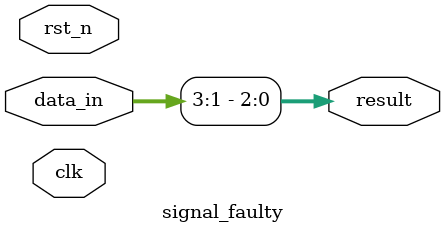
<source format=sv>
module signal_faulty(
    input logic clk,
    input logic rst_n,
    input logic [3:0] data_in,  // Width < 8
    output logic [2:0] result   // Width < 8
);
    assign result = data_in[3:1];  // Potential truncation error
endmodule

</source>
